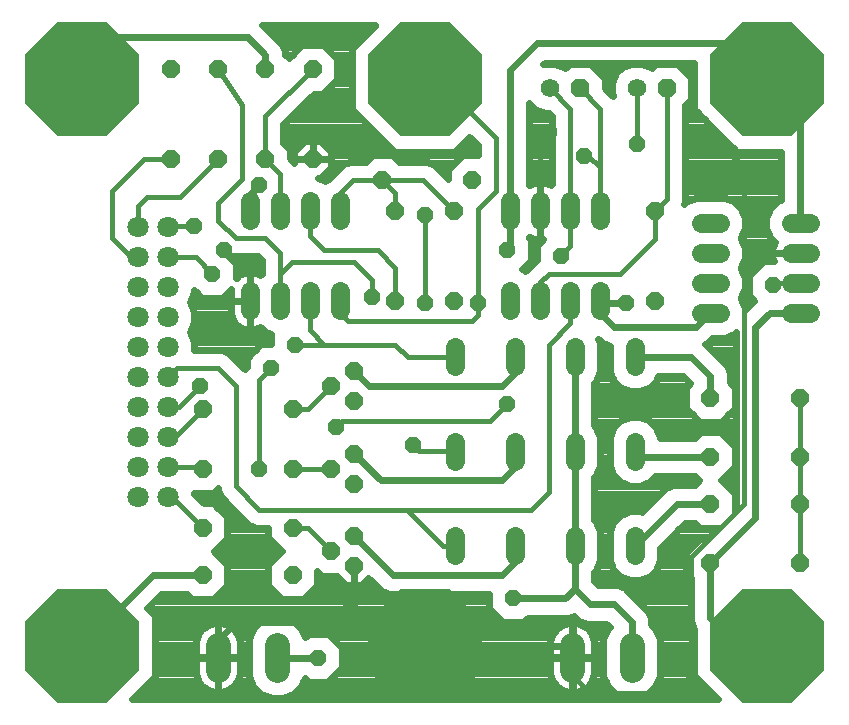
<source format=gbr>
G75*
%MOIN*%
%OFA0B0*%
%FSLAX25Y25*%
%IPPOS*%
%LPD*%
%AMOC8*
5,1,8,0,0,1.08239X$1,22.5*
%
%ADD10OC8,0.06200*%
%ADD11C,0.06200*%
%ADD12C,0.06350*%
%ADD13C,0.08350*%
%ADD14OC8,0.05906*%
%ADD15C,0.07087*%
%ADD16C,0.01600*%
%ADD17OC8,0.05600*%
%ADD18OC8,0.38189*%
%ADD19C,0.02400*%
D10*
X0217831Y0219444D03*
X0246729Y0219444D03*
D11*
X0236729Y0219444D03*
X0207831Y0219444D03*
D12*
X0204642Y0181792D02*
X0204642Y0175443D01*
X0214642Y0175443D02*
X0214642Y0181792D01*
X0224642Y0181792D02*
X0224642Y0175443D01*
X0224642Y0151792D02*
X0224642Y0145443D01*
X0214642Y0145443D02*
X0214642Y0151792D01*
X0204642Y0151792D02*
X0204642Y0145443D01*
X0194642Y0145443D02*
X0194642Y0151792D01*
X0196138Y0133170D02*
X0196138Y0126820D01*
X0176138Y0126820D02*
X0176138Y0133170D01*
X0176138Y0101674D02*
X0176138Y0095324D01*
X0196138Y0095324D02*
X0196138Y0101674D01*
X0216138Y0101674D02*
X0216138Y0095324D01*
X0236138Y0095324D02*
X0236138Y0101674D01*
X0236138Y0126820D02*
X0236138Y0133170D01*
X0216138Y0133170D02*
X0216138Y0126820D01*
X0258200Y0144680D02*
X0264549Y0144680D01*
X0264549Y0154680D02*
X0258200Y0154680D01*
X0258200Y0164680D02*
X0264549Y0164680D01*
X0264549Y0174680D02*
X0258200Y0174680D01*
X0288200Y0174680D02*
X0294549Y0174680D01*
X0294549Y0164680D02*
X0288200Y0164680D01*
X0288200Y0154680D02*
X0294549Y0154680D01*
X0294549Y0144680D02*
X0288200Y0144680D01*
X0236138Y0070178D02*
X0236138Y0063828D01*
X0216138Y0063828D02*
X0216138Y0070178D01*
X0196138Y0070178D02*
X0196138Y0063828D01*
X0176138Y0063828D02*
X0176138Y0070178D01*
X0137831Y0145443D02*
X0137831Y0151792D01*
X0127831Y0151792D02*
X0127831Y0145443D01*
X0117831Y0145443D02*
X0117831Y0151792D01*
X0107831Y0151792D02*
X0107831Y0145443D01*
X0107831Y0175443D02*
X0107831Y0181792D01*
X0117831Y0181792D02*
X0117831Y0175443D01*
X0127831Y0175443D02*
X0127831Y0181792D01*
X0137831Y0181792D02*
X0137831Y0175443D01*
X0194642Y0175443D02*
X0194642Y0181792D01*
D13*
X0215294Y0033934D02*
X0215294Y0025584D01*
X0235094Y0025584D02*
X0235094Y0033934D01*
X0116983Y0033934D02*
X0116983Y0025584D01*
X0097183Y0025584D02*
X0097183Y0033934D01*
D14*
X0092083Y0057318D03*
X0092083Y0073066D03*
X0092083Y0092751D03*
X0092083Y0112436D03*
X0122083Y0112436D03*
X0135016Y0120310D03*
X0142516Y0115310D03*
X0142516Y0125310D03*
X0156296Y0148617D03*
X0175981Y0148617D03*
X0175981Y0178617D03*
X0182005Y0189050D03*
X0156296Y0178617D03*
X0152005Y0189050D03*
X0128737Y0195861D03*
X0112989Y0195861D03*
X0097241Y0195861D03*
X0081493Y0195861D03*
X0081493Y0225861D03*
X0097241Y0225861D03*
X0112989Y0225861D03*
X0128737Y0225861D03*
X0242753Y0178617D03*
X0242753Y0148617D03*
X0261375Y0116373D03*
X0261375Y0096688D03*
X0261375Y0080940D03*
X0261375Y0061255D03*
X0291375Y0061255D03*
X0291375Y0080940D03*
X0291375Y0096688D03*
X0291375Y0116373D03*
X0142516Y0097751D03*
X0135016Y0092751D03*
X0142516Y0087751D03*
X0142516Y0070192D03*
X0135016Y0065192D03*
X0142516Y0060192D03*
X0122083Y0057318D03*
X0122083Y0073066D03*
X0122083Y0092751D03*
D15*
X0080587Y0093184D03*
X0070587Y0093184D03*
X0070587Y0083184D03*
X0080587Y0083184D03*
X0080587Y0103184D03*
X0070587Y0103184D03*
X0070587Y0113184D03*
X0070587Y0123184D03*
X0080587Y0123184D03*
X0080587Y0113184D03*
X0080587Y0133184D03*
X0070587Y0133184D03*
X0070587Y0143184D03*
X0070587Y0153184D03*
X0080587Y0153184D03*
X0080587Y0143184D03*
X0080587Y0163184D03*
X0070587Y0163184D03*
X0070587Y0173184D03*
X0080587Y0173184D03*
D16*
X0080863Y0173460D01*
X0089367Y0173460D01*
X0097241Y0175428D02*
X0097241Y0181334D01*
X0105115Y0189208D01*
X0105115Y0214050D01*
X0097241Y0225861D01*
X0112989Y0210113D02*
X0112989Y0195861D01*
X0117831Y0191019D01*
X0117831Y0178617D01*
X0127831Y0178617D02*
X0127831Y0170428D01*
X0132674Y0165586D01*
X0150390Y0165586D01*
X0156296Y0159680D01*
X0156296Y0148617D01*
X0148422Y0149838D02*
X0148422Y0155743D01*
X0142516Y0161649D01*
X0121768Y0161649D01*
X0117831Y0157712D01*
X0117831Y0164680D01*
X0112989Y0169523D01*
X0103146Y0169523D01*
X0097241Y0175428D01*
X0099209Y0165586D02*
X0107831Y0156964D01*
X0107831Y0148617D01*
X0117831Y0148617D02*
X0117831Y0157712D01*
X0127831Y0148617D02*
X0127831Y0138932D01*
X0132674Y0134090D01*
X0122831Y0134090D01*
X0132674Y0134090D02*
X0156296Y0134090D01*
X0160390Y0129995D01*
X0176138Y0129995D01*
X0181886Y0141964D02*
X0140548Y0141964D01*
X0137831Y0144680D01*
X0137831Y0148617D01*
X0166138Y0147869D02*
X0166138Y0177397D01*
X0156296Y0178617D02*
X0156296Y0184759D01*
X0152005Y0189050D01*
X0165548Y0189050D01*
X0175981Y0178617D01*
X0183855Y0179365D02*
X0183855Y0147869D01*
X0183855Y0143932D01*
X0181886Y0141964D01*
X0204642Y0148617D02*
X0204642Y0154877D01*
X0207477Y0157712D01*
X0231099Y0157712D01*
X0242753Y0169365D01*
X0242753Y0178617D01*
X0246729Y0182594D01*
X0246729Y0219444D01*
X0237005Y0219169D02*
X0236729Y0219444D01*
X0237005Y0219169D02*
X0237005Y0201019D01*
X0224642Y0193145D02*
X0224642Y0212633D01*
X0217831Y0219444D01*
X0214642Y0212633D02*
X0214642Y0178617D01*
X0214642Y0166846D01*
X0211414Y0163617D01*
X0214642Y0148617D02*
X0214642Y0141255D01*
X0207477Y0134090D01*
X0207477Y0084877D01*
X0201572Y0078972D01*
X0160233Y0078972D01*
X0111020Y0078972D01*
X0103146Y0086846D01*
X0103146Y0120310D01*
X0097241Y0126216D01*
X0083619Y0126216D01*
X0080587Y0123184D01*
X0080587Y0113184D02*
X0084209Y0113184D01*
X0091335Y0120310D01*
X0092083Y0112436D02*
X0082831Y0103184D01*
X0080587Y0103184D01*
X0080587Y0093184D02*
X0091650Y0093184D01*
X0092083Y0092751D01*
X0081965Y0083184D02*
X0092083Y0073066D01*
X0081965Y0083184D02*
X0080587Y0083184D01*
X0111020Y0092751D02*
X0111020Y0122279D01*
X0114957Y0126216D01*
X0122083Y0112436D02*
X0127142Y0112436D01*
X0135016Y0120310D01*
X0138579Y0108499D02*
X0136611Y0106531D01*
X0138579Y0108499D02*
X0187792Y0108499D01*
X0193698Y0114405D01*
X0176138Y0098499D02*
X0164327Y0098499D01*
X0162201Y0100625D01*
X0160233Y0078972D02*
X0172201Y0067003D01*
X0176138Y0067003D01*
X0135016Y0065192D02*
X0127142Y0073066D01*
X0122083Y0073066D01*
X0122083Y0092751D02*
X0135016Y0092751D01*
X0095272Y0157712D02*
X0089800Y0163184D01*
X0080587Y0163184D01*
X0070587Y0163184D02*
X0068146Y0163184D01*
X0061808Y0169523D01*
X0061808Y0185271D01*
X0072398Y0195861D01*
X0081493Y0195861D01*
X0084682Y0183302D02*
X0073619Y0183302D01*
X0070587Y0180271D01*
X0070587Y0173184D01*
X0084682Y0183302D02*
X0097241Y0195861D01*
X0112989Y0210113D02*
X0128737Y0225861D01*
X0166138Y0222672D02*
X0170075Y0222672D01*
X0189760Y0202987D01*
X0189760Y0185271D01*
X0183855Y0179365D01*
X0204642Y0178617D02*
X0204642Y0202121D01*
X0207477Y0204956D01*
X0214642Y0212633D02*
X0207831Y0219444D01*
X0219288Y0197082D02*
X0220705Y0197082D01*
X0224642Y0193145D01*
X0224642Y0178617D01*
X0266532Y0199050D02*
X0272438Y0193145D01*
X0272438Y0161649D01*
X0272438Y0080940D01*
X0254721Y0063224D01*
X0254721Y0023854D01*
X0248816Y0017948D01*
X0221257Y0017948D01*
X0215351Y0023854D01*
X0215351Y0029702D01*
X0215294Y0029759D01*
X0291375Y0061255D02*
X0291375Y0080940D01*
X0291375Y0096688D01*
X0291375Y0116373D01*
X0282280Y0153775D02*
X0283186Y0154680D01*
X0291375Y0154680D01*
X0291375Y0164680D02*
X0275469Y0164680D01*
X0272438Y0161649D01*
X0152005Y0189050D02*
X0142359Y0189050D01*
X0137831Y0184523D01*
X0137831Y0178617D01*
D17*
X0111020Y0187239D03*
X0089367Y0173460D03*
X0099209Y0165586D03*
X0095272Y0157712D03*
X0122831Y0134090D03*
X0114957Y0126216D03*
X0091335Y0120310D03*
X0111020Y0092751D03*
X0136611Y0106531D03*
X0162201Y0100625D03*
X0193698Y0114405D03*
X0183855Y0147869D03*
X0166138Y0147869D03*
X0148422Y0149838D03*
X0166138Y0177397D03*
X0193698Y0165586D03*
X0211414Y0163617D03*
X0233068Y0147869D03*
X0282280Y0153775D03*
X0266532Y0199050D03*
X0237005Y0201019D03*
X0219288Y0197082D03*
X0207477Y0204956D03*
X0195666Y0049444D03*
X0130705Y0029759D03*
X0079524Y0041570D03*
D18*
X0051965Y0033696D03*
X0166138Y0033696D03*
X0280312Y0033696D03*
X0280312Y0222672D03*
X0166138Y0222672D03*
X0051965Y0222672D03*
D19*
X0051965Y0228578D01*
X0059839Y0236452D01*
X0107083Y0236452D01*
X0112989Y0230546D01*
X0112989Y0225861D01*
X0118844Y0233136D02*
X0124481Y0233136D01*
X0125360Y0234014D02*
X0120863Y0229517D01*
X0119389Y0230991D01*
X0119389Y0231819D01*
X0118414Y0234172D01*
X0116614Y0235972D01*
X0111992Y0240594D01*
X0149703Y0240594D01*
X0141844Y0232736D01*
X0141844Y0212609D01*
X0156075Y0198378D01*
X0176202Y0198378D01*
X0181043Y0203220D01*
X0183760Y0200502D01*
X0183760Y0197203D01*
X0178628Y0197203D01*
X0173852Y0192427D01*
X0173852Y0189232D01*
X0170634Y0192449D01*
X0168947Y0194137D01*
X0166741Y0195050D01*
X0157534Y0195050D01*
X0155382Y0197203D01*
X0148628Y0197203D01*
X0146475Y0195050D01*
X0141165Y0195050D01*
X0138960Y0194137D01*
X0134433Y0189609D01*
X0134159Y0189336D01*
X0133087Y0188892D01*
X0132831Y0188636D01*
X0132575Y0188892D01*
X0130604Y0189709D01*
X0131285Y0189709D01*
X0134890Y0193313D01*
X0134890Y0195861D01*
X0128737Y0195861D01*
X0128737Y0195861D01*
X0122584Y0195861D01*
X0122584Y0194751D01*
X0121142Y0196194D01*
X0121142Y0199238D01*
X0118989Y0201391D01*
X0118989Y0207628D01*
X0129069Y0217709D01*
X0132114Y0217709D01*
X0136890Y0222484D01*
X0136890Y0229238D01*
X0132114Y0234014D01*
X0125360Y0234014D01*
X0122083Y0230737D02*
X0119643Y0230737D01*
X0117052Y0235534D02*
X0144643Y0235534D01*
X0147041Y0237933D02*
X0114654Y0237933D01*
X0112255Y0240331D02*
X0149440Y0240331D01*
X0142244Y0233136D02*
X0132992Y0233136D01*
X0135391Y0230737D02*
X0141844Y0230737D01*
X0141844Y0228339D02*
X0136890Y0228339D01*
X0136890Y0225940D02*
X0141844Y0225940D01*
X0141844Y0223542D02*
X0136890Y0223542D01*
X0135548Y0221143D02*
X0141844Y0221143D01*
X0141844Y0218745D02*
X0133150Y0218745D01*
X0127707Y0216346D02*
X0141844Y0216346D01*
X0141844Y0213947D02*
X0125308Y0213947D01*
X0122910Y0211549D02*
X0142904Y0211549D01*
X0145303Y0209150D02*
X0120511Y0209150D01*
X0118989Y0206752D02*
X0147701Y0206752D01*
X0150100Y0204353D02*
X0118989Y0204353D01*
X0118989Y0201955D02*
X0126129Y0201955D01*
X0126188Y0202014D02*
X0122584Y0198410D01*
X0122584Y0195861D01*
X0128737Y0195861D01*
X0128737Y0195861D01*
X0134890Y0195861D01*
X0134890Y0198410D01*
X0131285Y0202014D01*
X0128737Y0202014D01*
X0128737Y0195862D01*
X0128737Y0195862D01*
X0128737Y0202014D01*
X0126188Y0202014D01*
X0128737Y0201955D02*
X0128737Y0201955D01*
X0128737Y0199556D02*
X0128737Y0199556D01*
X0128737Y0197158D02*
X0128737Y0197158D01*
X0123731Y0199556D02*
X0120824Y0199556D01*
X0121142Y0197158D02*
X0122584Y0197158D01*
X0122576Y0194759D02*
X0122584Y0194759D01*
X0131539Y0189962D02*
X0134786Y0189962D01*
X0133938Y0192361D02*
X0137184Y0192361D01*
X0134890Y0194759D02*
X0140463Y0194759D01*
X0134890Y0197158D02*
X0148582Y0197158D01*
X0152498Y0201955D02*
X0131345Y0201955D01*
X0133743Y0199556D02*
X0154897Y0199556D01*
X0155427Y0197158D02*
X0178582Y0197158D01*
X0177380Y0199556D02*
X0183760Y0199556D01*
X0182308Y0201955D02*
X0179778Y0201955D01*
X0176184Y0194759D02*
X0167444Y0194759D01*
X0170723Y0192361D02*
X0173852Y0192361D01*
X0173852Y0189962D02*
X0173121Y0189962D01*
X0194642Y0178617D02*
X0194642Y0166531D01*
X0193698Y0165586D01*
X0200606Y0161180D02*
X0202460Y0161180D01*
X0202390Y0161111D02*
X0200365Y0159085D01*
X0199898Y0158892D01*
X0199642Y0158636D01*
X0199386Y0158892D01*
X0198630Y0159205D01*
X0201697Y0162272D01*
X0201697Y0168900D01*
X0201042Y0169555D01*
X0201042Y0169999D01*
X0201145Y0170101D01*
X0201817Y0169713D01*
X0202589Y0169393D01*
X0203396Y0169177D01*
X0204225Y0169068D01*
X0204642Y0169068D01*
X0204642Y0178617D01*
X0204642Y0178617D01*
X0204642Y0169068D01*
X0205060Y0169068D01*
X0205625Y0169142D01*
X0203414Y0166931D01*
X0203414Y0162134D01*
X0202390Y0161111D01*
X0201697Y0163579D02*
X0203414Y0163579D01*
X0203414Y0165977D02*
X0201697Y0165977D01*
X0201697Y0168376D02*
X0204859Y0168376D01*
X0204642Y0170774D02*
X0204642Y0170774D01*
X0204642Y0173173D02*
X0204642Y0173173D01*
X0204642Y0175571D02*
X0204642Y0175571D01*
X0204642Y0177970D02*
X0204642Y0177970D01*
X0204642Y0178617D02*
X0204642Y0188167D01*
X0204225Y0188167D01*
X0203396Y0188058D01*
X0202589Y0187842D01*
X0201817Y0187522D01*
X0201145Y0187134D01*
X0201042Y0187236D01*
X0201042Y0214495D01*
X0203130Y0212408D01*
X0206180Y0211144D01*
X0207646Y0211144D01*
X0208642Y0210148D01*
X0208642Y0187636D01*
X0208140Y0187134D01*
X0207468Y0187522D01*
X0206696Y0187842D01*
X0205889Y0188058D01*
X0205060Y0188167D01*
X0204642Y0188167D01*
X0204642Y0178617D01*
X0204642Y0178617D01*
X0204642Y0180368D02*
X0204642Y0180368D01*
X0204642Y0182767D02*
X0204642Y0182767D01*
X0204642Y0185165D02*
X0204642Y0185165D01*
X0204642Y0187564D02*
X0204642Y0187564D01*
X0201918Y0187564D02*
X0201042Y0187564D01*
X0201042Y0189962D02*
X0208642Y0189962D01*
X0208642Y0192361D02*
X0201042Y0192361D01*
X0201042Y0194759D02*
X0208642Y0194759D01*
X0208642Y0197158D02*
X0201042Y0197158D01*
X0201042Y0199556D02*
X0208642Y0199556D01*
X0208642Y0201955D02*
X0201042Y0201955D01*
X0201042Y0204353D02*
X0208642Y0204353D01*
X0208642Y0206752D02*
X0201042Y0206752D01*
X0201042Y0209150D02*
X0208642Y0209150D01*
X0205203Y0211549D02*
X0201042Y0211549D01*
X0201042Y0213947D02*
X0201590Y0213947D01*
X0194642Y0225586D02*
X0194642Y0178617D01*
X0207366Y0187564D02*
X0208570Y0187564D01*
X0199788Y0158782D02*
X0199497Y0158782D01*
X0224642Y0148617D02*
X0224642Y0144483D01*
X0229131Y0139995D01*
X0256690Y0139995D01*
X0261375Y0144680D01*
X0266215Y0136306D02*
X0269293Y0137580D01*
X0269975Y0138262D01*
X0269975Y0078906D01*
X0269527Y0078459D01*
X0269527Y0084317D01*
X0265030Y0088814D01*
X0269527Y0093311D01*
X0269527Y0100065D01*
X0264752Y0104841D01*
X0257998Y0104841D01*
X0256245Y0103088D01*
X0244513Y0103088D01*
X0244513Y0103340D01*
X0243238Y0106418D01*
X0240882Y0108774D01*
X0237804Y0110049D01*
X0234473Y0110049D01*
X0231395Y0108774D01*
X0229039Y0106418D01*
X0227764Y0103340D01*
X0227764Y0093659D01*
X0229039Y0090580D01*
X0231395Y0088225D01*
X0234473Y0086950D01*
X0237804Y0086950D01*
X0240882Y0088225D01*
X0242946Y0090288D01*
X0256245Y0090288D01*
X0257719Y0088814D01*
X0256245Y0087340D01*
X0248802Y0087340D01*
X0246450Y0086366D01*
X0238393Y0078309D01*
X0237804Y0078553D01*
X0234473Y0078553D01*
X0231395Y0077278D01*
X0229039Y0074922D01*
X0227764Y0071844D01*
X0227764Y0062162D01*
X0229039Y0059084D01*
X0231395Y0056729D01*
X0234473Y0055454D01*
X0237804Y0055454D01*
X0240882Y0056729D01*
X0243238Y0059084D01*
X0244513Y0062162D01*
X0244513Y0066327D01*
X0252726Y0074540D01*
X0256245Y0074540D01*
X0257998Y0072787D01*
X0263856Y0072787D01*
X0260476Y0069408D01*
X0257998Y0069408D01*
X0253222Y0064632D01*
X0253222Y0057878D01*
X0254975Y0056125D01*
X0254975Y0041518D01*
X0255949Y0039165D01*
X0256017Y0039097D01*
X0256017Y0023633D01*
X0263876Y0015774D01*
X0068401Y0015774D01*
X0076260Y0023633D01*
X0076260Y0043759D01*
X0073669Y0046349D01*
X0078238Y0050918D01*
X0086954Y0050918D01*
X0088706Y0049165D01*
X0095460Y0049165D01*
X0100236Y0053941D01*
X0100236Y0060695D01*
X0095739Y0065192D01*
X0100236Y0069689D01*
X0100236Y0076443D01*
X0095460Y0081219D01*
X0092416Y0081219D01*
X0089331Y0084304D01*
X0089331Y0084598D01*
X0095460Y0084598D01*
X0097146Y0086284D01*
X0097146Y0085652D01*
X0098060Y0083447D01*
X0099748Y0081759D01*
X0107622Y0073885D01*
X0109827Y0072972D01*
X0113931Y0072972D01*
X0113931Y0069689D01*
X0118428Y0065192D01*
X0113931Y0060695D01*
X0113931Y0053941D01*
X0118706Y0049165D01*
X0125460Y0049165D01*
X0130236Y0053941D01*
X0130236Y0058443D01*
X0131639Y0057039D01*
X0136968Y0057039D01*
X0139968Y0054039D01*
X0142516Y0054039D01*
X0142516Y0060192D01*
X0142516Y0060192D01*
X0142516Y0049444D01*
X0134642Y0041570D01*
X0103146Y0041570D01*
X0097183Y0035607D01*
X0097183Y0029759D01*
X0097083Y0029659D02*
X0089809Y0029659D01*
X0089809Y0025101D01*
X0089935Y0024142D01*
X0090185Y0023209D01*
X0090555Y0022315D01*
X0091038Y0021478D01*
X0091627Y0020711D01*
X0092310Y0020028D01*
X0093077Y0019439D01*
X0093915Y0018956D01*
X0094808Y0018586D01*
X0095741Y0018336D01*
X0096700Y0018209D01*
X0097083Y0018209D01*
X0097083Y0029659D01*
X0097083Y0029859D01*
X0089809Y0029859D01*
X0089809Y0034417D01*
X0089935Y0035376D01*
X0090185Y0036309D01*
X0090555Y0037203D01*
X0091038Y0038040D01*
X0091627Y0038807D01*
X0092310Y0039490D01*
X0093077Y0040079D01*
X0093915Y0040562D01*
X0094808Y0040932D01*
X0095741Y0041182D01*
X0096700Y0041309D01*
X0097083Y0041309D01*
X0097083Y0029859D01*
X0097283Y0029859D01*
X0097283Y0041309D01*
X0097667Y0041309D01*
X0098625Y0041182D01*
X0099559Y0040932D01*
X0100452Y0040562D01*
X0101289Y0040079D01*
X0102056Y0039490D01*
X0102740Y0038807D01*
X0103328Y0038040D01*
X0103812Y0037203D01*
X0104182Y0036309D01*
X0104432Y0035376D01*
X0104558Y0034417D01*
X0104558Y0029859D01*
X0097283Y0029859D01*
X0097283Y0029659D01*
X0097283Y0018209D01*
X0097667Y0018209D01*
X0098625Y0018336D01*
X0099559Y0018586D01*
X0100452Y0018956D01*
X0101289Y0019439D01*
X0102056Y0020028D01*
X0102740Y0020711D01*
X0103328Y0021478D01*
X0103812Y0022315D01*
X0104182Y0023209D01*
X0104432Y0024142D01*
X0104558Y0025101D01*
X0104558Y0029659D01*
X0097283Y0029659D01*
X0097083Y0029659D01*
X0097083Y0029262D02*
X0097283Y0029262D01*
X0097283Y0026864D02*
X0097083Y0026864D01*
X0097083Y0024465D02*
X0097283Y0024465D01*
X0097283Y0022067D02*
X0097083Y0022067D01*
X0097083Y0019668D02*
X0097283Y0019668D01*
X0092779Y0019668D02*
X0072295Y0019668D01*
X0074693Y0022067D02*
X0090699Y0022067D01*
X0089892Y0024465D02*
X0076260Y0024465D01*
X0076260Y0026864D02*
X0089809Y0026864D01*
X0089809Y0029262D02*
X0076260Y0029262D01*
X0076260Y0031661D02*
X0089809Y0031661D01*
X0089809Y0034059D02*
X0076260Y0034059D01*
X0076260Y0036458D02*
X0090246Y0036458D01*
X0091676Y0038856D02*
X0076260Y0038856D01*
X0076260Y0041255D02*
X0096290Y0041255D01*
X0097083Y0041255D02*
X0097283Y0041255D01*
X0098077Y0041255D02*
X0111046Y0041255D01*
X0111673Y0041881D02*
X0109036Y0039244D01*
X0107609Y0035799D01*
X0107609Y0023719D01*
X0109036Y0020274D01*
X0111673Y0017637D01*
X0115119Y0016209D01*
X0118848Y0016209D01*
X0122294Y0017637D01*
X0124931Y0020274D01*
X0126087Y0023064D01*
X0127392Y0021759D01*
X0134019Y0021759D01*
X0138705Y0026445D01*
X0138705Y0033073D01*
X0134019Y0037759D01*
X0127392Y0037759D01*
X0126087Y0036454D01*
X0124931Y0039244D01*
X0122294Y0041881D01*
X0118848Y0043309D01*
X0115119Y0043309D01*
X0111673Y0041881D01*
X0108875Y0038856D02*
X0102691Y0038856D01*
X0103146Y0041570D02*
X0079524Y0041570D01*
X0076260Y0043653D02*
X0190143Y0043653D01*
X0192352Y0041444D02*
X0187666Y0046130D01*
X0187666Y0050918D01*
X0154117Y0050918D01*
X0151765Y0051892D01*
X0147342Y0056316D01*
X0145065Y0054039D01*
X0142516Y0054039D01*
X0142516Y0060192D01*
X0142516Y0058044D02*
X0142516Y0058044D01*
X0142516Y0055646D02*
X0142516Y0055646D01*
X0138361Y0055646D02*
X0130236Y0055646D01*
X0130236Y0058044D02*
X0130635Y0058044D01*
X0129542Y0053247D02*
X0150410Y0053247D01*
X0148012Y0055646D02*
X0146671Y0055646D01*
X0142516Y0049444D02*
X0142516Y0041570D01*
X0150390Y0033696D01*
X0166138Y0033696D01*
X0211357Y0033696D01*
X0215294Y0029759D01*
X0215394Y0029659D02*
X0215394Y0029859D01*
X0222668Y0029859D01*
X0222668Y0034417D01*
X0222542Y0035376D01*
X0222292Y0036309D01*
X0221922Y0037203D01*
X0221439Y0038040D01*
X0220850Y0038807D01*
X0220167Y0039490D01*
X0219400Y0040079D01*
X0218562Y0040562D01*
X0217669Y0040932D01*
X0216735Y0041182D01*
X0215777Y0041309D01*
X0215394Y0041309D01*
X0215394Y0029859D01*
X0215194Y0029859D01*
X0215194Y0041309D01*
X0214810Y0041309D01*
X0213852Y0041182D01*
X0212918Y0040932D01*
X0212025Y0040562D01*
X0211188Y0040079D01*
X0210421Y0039490D01*
X0209737Y0038807D01*
X0209148Y0038040D01*
X0208665Y0037203D01*
X0208295Y0036309D01*
X0208045Y0035376D01*
X0207919Y0034417D01*
X0207919Y0029859D01*
X0215193Y0029859D01*
X0215193Y0029659D01*
X0207919Y0029659D01*
X0207919Y0025101D01*
X0208045Y0024142D01*
X0208295Y0023209D01*
X0208665Y0022315D01*
X0209148Y0021478D01*
X0209737Y0020711D01*
X0210421Y0020028D01*
X0211188Y0019439D01*
X0212025Y0018956D01*
X0212918Y0018586D01*
X0213852Y0018336D01*
X0214810Y0018209D01*
X0215194Y0018209D01*
X0215194Y0029659D01*
X0215394Y0029659D01*
X0222668Y0029659D01*
X0222668Y0025101D01*
X0222542Y0024142D01*
X0222292Y0023209D01*
X0221922Y0022315D01*
X0221439Y0021478D01*
X0220850Y0020711D01*
X0220167Y0020028D01*
X0219400Y0019439D01*
X0218562Y0018956D01*
X0217669Y0018586D01*
X0216735Y0018336D01*
X0215777Y0018209D01*
X0215394Y0018209D01*
X0215394Y0029659D01*
X0215394Y0029262D02*
X0215194Y0029262D01*
X0215194Y0026864D02*
X0215394Y0026864D01*
X0215394Y0024465D02*
X0215194Y0024465D01*
X0215194Y0022067D02*
X0215394Y0022067D01*
X0215394Y0019668D02*
X0215194Y0019668D01*
X0210889Y0019668D02*
X0124325Y0019668D01*
X0125673Y0022067D02*
X0127084Y0022067D01*
X0134327Y0022067D02*
X0208809Y0022067D01*
X0208002Y0024465D02*
X0136725Y0024465D01*
X0138705Y0026864D02*
X0207919Y0026864D01*
X0207919Y0029262D02*
X0138705Y0029262D01*
X0138705Y0031661D02*
X0207919Y0031661D01*
X0207919Y0034059D02*
X0137719Y0034059D01*
X0135320Y0036458D02*
X0208357Y0036458D01*
X0209786Y0038856D02*
X0125092Y0038856D01*
X0126085Y0036458D02*
X0126090Y0036458D01*
X0122920Y0041255D02*
X0214400Y0041255D01*
X0215194Y0041255D02*
X0215394Y0041255D01*
X0216187Y0041255D02*
X0219551Y0041255D01*
X0219984Y0041076D02*
X0217631Y0042050D01*
X0215941Y0043740D01*
X0214262Y0043044D01*
X0200580Y0043044D01*
X0198980Y0041444D01*
X0192352Y0041444D01*
X0187745Y0046052D02*
X0073967Y0046052D01*
X0075770Y0048450D02*
X0187666Y0048450D01*
X0187666Y0050849D02*
X0127144Y0050849D01*
X0117023Y0050849D02*
X0097144Y0050849D01*
X0099542Y0053247D02*
X0114624Y0053247D01*
X0113931Y0055646D02*
X0100236Y0055646D01*
X0100236Y0058044D02*
X0113931Y0058044D01*
X0113931Y0060443D02*
X0100236Y0060443D01*
X0098090Y0062841D02*
X0116077Y0062841D01*
X0118380Y0065240D02*
X0095787Y0065240D01*
X0098185Y0067638D02*
X0115981Y0067638D01*
X0113931Y0070037D02*
X0100236Y0070037D01*
X0100236Y0072435D02*
X0113931Y0072435D01*
X0106673Y0074834D02*
X0100236Y0074834D01*
X0099447Y0077232D02*
X0104274Y0077232D01*
X0101876Y0079631D02*
X0097048Y0079631D01*
X0099477Y0082029D02*
X0091605Y0082029D01*
X0089331Y0084428D02*
X0097653Y0084428D01*
X0092083Y0057318D02*
X0075587Y0057318D01*
X0051965Y0033696D01*
X0069896Y0017270D02*
X0112559Y0017270D01*
X0109642Y0019668D02*
X0101588Y0019668D01*
X0103668Y0022067D02*
X0108293Y0022067D01*
X0107609Y0024465D02*
X0104474Y0024465D01*
X0104558Y0026864D02*
X0107609Y0026864D01*
X0107609Y0029262D02*
X0104558Y0029262D01*
X0104558Y0031661D02*
X0107609Y0031661D01*
X0107609Y0034059D02*
X0104558Y0034059D01*
X0104120Y0036458D02*
X0107882Y0036458D01*
X0116983Y0029759D02*
X0130705Y0029759D01*
X0121407Y0017270D02*
X0230669Y0017270D01*
X0229783Y0017637D02*
X0233229Y0016209D01*
X0236958Y0016209D01*
X0240404Y0017637D01*
X0243041Y0020274D01*
X0244468Y0023719D01*
X0244468Y0035799D01*
X0243041Y0039244D01*
X0241494Y0040792D01*
X0241494Y0042786D01*
X0240519Y0045138D01*
X0238719Y0046938D01*
X0232756Y0052901D01*
X0230404Y0053876D01*
X0223908Y0053876D01*
X0222538Y0055245D01*
X0222538Y0058385D01*
X0223238Y0059084D01*
X0224513Y0062162D01*
X0224513Y0071844D01*
X0223238Y0074922D01*
X0222538Y0075622D01*
X0222538Y0089881D01*
X0223238Y0090580D01*
X0224513Y0093659D01*
X0224513Y0103340D01*
X0223238Y0106418D01*
X0222538Y0107118D01*
X0222538Y0121377D01*
X0223238Y0122077D01*
X0224513Y0125155D01*
X0224513Y0134836D01*
X0224000Y0136075D01*
X0225505Y0134570D01*
X0227764Y0133634D01*
X0227764Y0125155D01*
X0229039Y0122077D01*
X0231395Y0119721D01*
X0234473Y0118446D01*
X0237804Y0118446D01*
X0240882Y0119721D01*
X0243238Y0122077D01*
X0243867Y0123595D01*
X0252228Y0123595D01*
X0254647Y0121176D01*
X0253222Y0119750D01*
X0253222Y0112996D01*
X0257998Y0108220D01*
X0264752Y0108220D01*
X0269527Y0112996D01*
X0269527Y0119750D01*
X0267775Y0121503D01*
X0267775Y0124772D01*
X0266800Y0127125D01*
X0260304Y0133621D01*
X0259636Y0134289D01*
X0260315Y0134570D01*
X0262051Y0136306D01*
X0266215Y0136306D01*
X0268363Y0137195D02*
X0269975Y0137195D01*
X0269975Y0134797D02*
X0260542Y0134797D01*
X0261527Y0132398D02*
X0269975Y0132398D01*
X0269975Y0130000D02*
X0263925Y0130000D01*
X0266324Y0127601D02*
X0269975Y0127601D01*
X0269975Y0125203D02*
X0267596Y0125203D01*
X0267775Y0122804D02*
X0269975Y0122804D01*
X0269975Y0120406D02*
X0268872Y0120406D01*
X0269527Y0118007D02*
X0269975Y0118007D01*
X0269975Y0115609D02*
X0269527Y0115609D01*
X0269527Y0113210D02*
X0269975Y0113210D01*
X0269975Y0110811D02*
X0267343Y0110811D01*
X0264944Y0108413D02*
X0269975Y0108413D01*
X0269975Y0106014D02*
X0243405Y0106014D01*
X0244399Y0103616D02*
X0256773Y0103616D01*
X0257805Y0108413D02*
X0241243Y0108413D01*
X0231034Y0108413D02*
X0222538Y0108413D01*
X0222538Y0110811D02*
X0255407Y0110811D01*
X0253222Y0113210D02*
X0222538Y0113210D01*
X0222538Y0115609D02*
X0253222Y0115609D01*
X0253222Y0118007D02*
X0222538Y0118007D01*
X0222538Y0120406D02*
X0230710Y0120406D01*
X0228737Y0122804D02*
X0223540Y0122804D01*
X0224513Y0125203D02*
X0227764Y0125203D01*
X0227764Y0127601D02*
X0224513Y0127601D01*
X0224513Y0130000D02*
X0227764Y0130000D01*
X0227764Y0132398D02*
X0224513Y0132398D01*
X0224513Y0134797D02*
X0225278Y0134797D01*
X0216138Y0129995D02*
X0216138Y0098499D01*
X0216138Y0067003D01*
X0216138Y0052594D01*
X0212989Y0049444D01*
X0195666Y0049444D01*
X0191729Y0057318D02*
X0155390Y0057318D01*
X0142516Y0070192D01*
X0151453Y0088814D02*
X0191729Y0088814D01*
X0196138Y0093224D01*
X0196138Y0098499D01*
X0191729Y0120310D02*
X0147516Y0120310D01*
X0142516Y0125310D01*
X0114831Y0134216D02*
X0111644Y0134216D01*
X0106957Y0129529D01*
X0106957Y0126701D01*
X0106099Y0125843D01*
X0102327Y0129614D01*
X0100640Y0131302D01*
X0098434Y0132216D01*
X0089331Y0132216D01*
X0089331Y0134923D01*
X0087999Y0138137D01*
X0087952Y0138184D01*
X0087999Y0138232D01*
X0089331Y0141445D01*
X0089331Y0144923D01*
X0087999Y0148137D01*
X0087952Y0148184D01*
X0087999Y0148232D01*
X0089331Y0151445D01*
X0089331Y0152340D01*
X0091959Y0149712D01*
X0098586Y0149712D01*
X0101513Y0152639D01*
X0101457Y0152210D01*
X0101457Y0148617D01*
X0101457Y0145025D01*
X0101566Y0144196D01*
X0101782Y0143389D01*
X0102102Y0142617D01*
X0102520Y0141893D01*
X0103028Y0141230D01*
X0103619Y0140639D01*
X0104282Y0140131D01*
X0105006Y0139713D01*
X0105778Y0139393D01*
X0106585Y0139177D01*
X0107414Y0139068D01*
X0107831Y0139068D01*
X0107831Y0148617D01*
X0101457Y0148617D01*
X0107831Y0148617D01*
X0107831Y0148617D01*
X0107831Y0148617D01*
X0107831Y0139068D01*
X0108249Y0139068D01*
X0109078Y0139177D01*
X0109885Y0139393D01*
X0110657Y0139713D01*
X0111329Y0140101D01*
X0113087Y0138343D01*
X0114985Y0137557D01*
X0114831Y0137403D01*
X0114831Y0134216D01*
X0114831Y0134797D02*
X0089331Y0134797D01*
X0089331Y0132398D02*
X0109826Y0132398D01*
X0107427Y0130000D02*
X0101942Y0130000D01*
X0104341Y0127601D02*
X0106957Y0127601D01*
X0114831Y0137195D02*
X0088390Y0137195D01*
X0088564Y0139594D02*
X0105294Y0139594D01*
X0107831Y0139594D02*
X0107831Y0139594D01*
X0107831Y0141992D02*
X0107831Y0141992D01*
X0107831Y0144391D02*
X0107831Y0144391D01*
X0107831Y0146789D02*
X0107831Y0146789D01*
X0107831Y0148617D02*
X0107831Y0158167D01*
X0107414Y0158167D01*
X0106585Y0158058D01*
X0105778Y0157842D01*
X0105006Y0157522D01*
X0104282Y0157104D01*
X0103619Y0156595D01*
X0103272Y0156248D01*
X0103272Y0161026D01*
X0099942Y0164356D01*
X0101953Y0163523D01*
X0110504Y0163523D01*
X0111831Y0162195D01*
X0111831Y0157636D01*
X0111329Y0157134D01*
X0110657Y0157522D01*
X0109885Y0157842D01*
X0109078Y0158058D01*
X0108249Y0158167D01*
X0107831Y0158167D01*
X0107831Y0148617D01*
X0107831Y0148617D01*
X0107831Y0149188D02*
X0107831Y0149188D01*
X0107831Y0151586D02*
X0107831Y0151586D01*
X0107831Y0153985D02*
X0107831Y0153985D01*
X0107831Y0156383D02*
X0107831Y0156383D01*
X0111831Y0158782D02*
X0103272Y0158782D01*
X0103272Y0156383D02*
X0103407Y0156383D01*
X0101457Y0151586D02*
X0100460Y0151586D01*
X0101457Y0149188D02*
X0088395Y0149188D01*
X0088558Y0146789D02*
X0101457Y0146789D01*
X0101540Y0144391D02*
X0089331Y0144391D01*
X0089331Y0141992D02*
X0102462Y0141992D01*
X0110369Y0139594D02*
X0111836Y0139594D01*
X0090084Y0151586D02*
X0089331Y0151586D01*
X0100719Y0163579D02*
X0101818Y0163579D01*
X0103118Y0161180D02*
X0111831Y0161180D01*
X0107831Y0178617D02*
X0107831Y0184050D01*
X0111020Y0187239D01*
X0194642Y0225586D02*
X0203540Y0234483D01*
X0268501Y0234483D01*
X0280312Y0222672D01*
X0291375Y0211609D01*
X0291375Y0174680D01*
X0282858Y0168178D02*
X0282470Y0167506D01*
X0282150Y0166734D01*
X0281934Y0165927D01*
X0281825Y0165098D01*
X0281825Y0164680D01*
X0281825Y0164262D01*
X0281934Y0163434D01*
X0282150Y0162627D01*
X0282470Y0161855D01*
X0282516Y0161775D01*
X0278966Y0161775D01*
X0274280Y0157088D01*
X0274280Y0150461D01*
X0276035Y0148706D01*
X0272924Y0145596D01*
X0272924Y0146346D01*
X0271649Y0149424D01*
X0271393Y0149680D01*
X0271649Y0149936D01*
X0272924Y0153014D01*
X0272924Y0156346D01*
X0271649Y0159424D01*
X0271393Y0159680D01*
X0271649Y0159936D01*
X0272924Y0163014D01*
X0272924Y0166346D01*
X0271649Y0169424D01*
X0271393Y0169680D01*
X0271649Y0169936D01*
X0272924Y0173014D01*
X0272924Y0176346D01*
X0271649Y0179424D01*
X0269293Y0181780D01*
X0266215Y0183055D01*
X0256534Y0183055D01*
X0253456Y0181780D01*
X0252484Y0180808D01*
X0252729Y0181400D01*
X0252729Y0213706D01*
X0255029Y0216006D01*
X0255029Y0222882D01*
X0250167Y0227744D01*
X0243291Y0227744D01*
X0241729Y0226182D01*
X0241431Y0226480D01*
X0238380Y0227744D01*
X0235078Y0227744D01*
X0232027Y0226480D01*
X0229693Y0224146D01*
X0228429Y0221095D01*
X0228429Y0217793D01*
X0228755Y0217005D01*
X0228041Y0217720D01*
X0226131Y0219629D01*
X0226131Y0222882D01*
X0221269Y0227744D01*
X0214393Y0227744D01*
X0212831Y0226182D01*
X0212533Y0226480D01*
X0209482Y0227744D01*
X0206180Y0227744D01*
X0205619Y0227512D01*
X0206191Y0228083D01*
X0256017Y0228083D01*
X0256017Y0212609D01*
X0270249Y0198378D01*
X0284975Y0198378D01*
X0284975Y0182409D01*
X0283456Y0181780D01*
X0281100Y0179424D01*
X0279825Y0176346D01*
X0279825Y0173014D01*
X0281100Y0169936D01*
X0282858Y0168178D01*
X0282661Y0168376D02*
X0272084Y0168376D01*
X0271996Y0170774D02*
X0280753Y0170774D01*
X0279825Y0173173D02*
X0272924Y0173173D01*
X0272924Y0175571D02*
X0279825Y0175571D01*
X0280498Y0177970D02*
X0272252Y0177970D01*
X0270705Y0180368D02*
X0282044Y0180368D01*
X0284975Y0182767D02*
X0266911Y0182767D01*
X0255838Y0182767D02*
X0252729Y0182767D01*
X0252729Y0185165D02*
X0284975Y0185165D01*
X0284975Y0187564D02*
X0252729Y0187564D01*
X0252729Y0189962D02*
X0284975Y0189962D01*
X0284975Y0192361D02*
X0252729Y0192361D01*
X0252729Y0194759D02*
X0284975Y0194759D01*
X0284975Y0197158D02*
X0252729Y0197158D01*
X0252729Y0199556D02*
X0269070Y0199556D01*
X0266672Y0201955D02*
X0252729Y0201955D01*
X0252729Y0204353D02*
X0264273Y0204353D01*
X0261875Y0206752D02*
X0252729Y0206752D01*
X0252729Y0209150D02*
X0259476Y0209150D01*
X0257078Y0211549D02*
X0252729Y0211549D01*
X0252970Y0213947D02*
X0256017Y0213947D01*
X0256017Y0216346D02*
X0255029Y0216346D01*
X0255029Y0218745D02*
X0256017Y0218745D01*
X0256017Y0221143D02*
X0255029Y0221143D01*
X0254370Y0223542D02*
X0256017Y0223542D01*
X0256017Y0225940D02*
X0251971Y0225940D01*
X0231487Y0225940D02*
X0223073Y0225940D01*
X0225472Y0223542D02*
X0229442Y0223542D01*
X0228449Y0221143D02*
X0226131Y0221143D01*
X0227016Y0218745D02*
X0228429Y0218745D01*
X0272924Y0165977D02*
X0281948Y0165977D01*
X0281825Y0164680D02*
X0291375Y0164680D01*
X0281825Y0164680D01*
X0281915Y0163579D02*
X0272924Y0163579D01*
X0272164Y0161180D02*
X0278372Y0161180D01*
X0275973Y0158782D02*
X0271915Y0158782D01*
X0272909Y0156383D02*
X0274280Y0156383D01*
X0274280Y0153985D02*
X0272924Y0153985D01*
X0272333Y0151586D02*
X0274280Y0151586D01*
X0275554Y0149188D02*
X0271747Y0149188D01*
X0272741Y0146789D02*
X0274118Y0146789D01*
X0276375Y0139995D02*
X0281060Y0144680D01*
X0291375Y0144680D01*
X0276375Y0139995D02*
X0276375Y0076255D01*
X0261375Y0061255D01*
X0261375Y0042791D01*
X0270469Y0033696D01*
X0280312Y0033696D01*
X0262381Y0017270D02*
X0239518Y0017270D01*
X0242435Y0019668D02*
X0259982Y0019668D01*
X0257584Y0022067D02*
X0243784Y0022067D01*
X0244468Y0024465D02*
X0256017Y0024465D01*
X0256017Y0026864D02*
X0244468Y0026864D01*
X0244468Y0029262D02*
X0256017Y0029262D01*
X0256017Y0031661D02*
X0244468Y0031661D01*
X0244468Y0034059D02*
X0256017Y0034059D01*
X0256017Y0036458D02*
X0244195Y0036458D01*
X0243202Y0038856D02*
X0256017Y0038856D01*
X0255084Y0041255D02*
X0241494Y0041255D01*
X0241134Y0043653D02*
X0254975Y0043653D01*
X0254975Y0046052D02*
X0239605Y0046052D01*
X0238719Y0046938D02*
X0238719Y0046938D01*
X0237207Y0048450D02*
X0254975Y0048450D01*
X0254975Y0050849D02*
X0234808Y0050849D01*
X0231921Y0053247D02*
X0254975Y0053247D01*
X0254975Y0055646D02*
X0238268Y0055646D01*
X0234009Y0055646D02*
X0222538Y0055646D01*
X0222538Y0058044D02*
X0230079Y0058044D01*
X0228476Y0060443D02*
X0223801Y0060443D01*
X0224513Y0062841D02*
X0227764Y0062841D01*
X0227764Y0065240D02*
X0224513Y0065240D01*
X0224513Y0067638D02*
X0227764Y0067638D01*
X0227764Y0070037D02*
X0224513Y0070037D01*
X0224268Y0072435D02*
X0228009Y0072435D01*
X0229002Y0074834D02*
X0223275Y0074834D01*
X0222538Y0077232D02*
X0231349Y0077232D01*
X0239715Y0079631D02*
X0222538Y0079631D01*
X0222538Y0082029D02*
X0242114Y0082029D01*
X0244512Y0084428D02*
X0222538Y0084428D01*
X0222538Y0086826D02*
X0247562Y0086826D01*
X0241883Y0089225D02*
X0257308Y0089225D01*
X0265441Y0089225D02*
X0269975Y0089225D01*
X0269975Y0091623D02*
X0267840Y0091623D01*
X0269527Y0094022D02*
X0269975Y0094022D01*
X0269975Y0096420D02*
X0269527Y0096420D01*
X0269527Y0098819D02*
X0269975Y0098819D01*
X0269975Y0101217D02*
X0268375Y0101217D01*
X0269975Y0103616D02*
X0265977Y0103616D01*
X0261375Y0096688D02*
X0237949Y0096688D01*
X0236138Y0098499D01*
X0227764Y0098819D02*
X0224513Y0098819D01*
X0224513Y0101217D02*
X0227764Y0101217D01*
X0227878Y0103616D02*
X0224399Y0103616D01*
X0223405Y0106014D02*
X0228872Y0106014D01*
X0227764Y0096420D02*
X0224513Y0096420D01*
X0224513Y0094022D02*
X0227764Y0094022D01*
X0228607Y0091623D02*
X0223670Y0091623D01*
X0222538Y0089225D02*
X0230394Y0089225D01*
X0250075Y0080940D02*
X0236138Y0067003D01*
X0244513Y0065240D02*
X0253830Y0065240D01*
X0253222Y0062841D02*
X0244513Y0062841D01*
X0243801Y0060443D02*
X0253222Y0060443D01*
X0253222Y0058044D02*
X0242198Y0058044D01*
X0245825Y0067638D02*
X0256228Y0067638D01*
X0261105Y0070037D02*
X0248223Y0070037D01*
X0250622Y0072435D02*
X0263504Y0072435D01*
X0269527Y0079631D02*
X0269975Y0079631D01*
X0269975Y0082029D02*
X0269527Y0082029D01*
X0269417Y0084428D02*
X0269975Y0084428D01*
X0269975Y0086826D02*
X0267018Y0086826D01*
X0261375Y0080940D02*
X0250075Y0080940D01*
X0221257Y0047476D02*
X0216138Y0052594D01*
X0221257Y0047476D02*
X0229131Y0047476D01*
X0235094Y0041513D01*
X0235094Y0029759D01*
X0226403Y0022067D02*
X0221778Y0022067D01*
X0222585Y0024465D02*
X0225719Y0024465D01*
X0225719Y0023719D02*
X0227146Y0020274D01*
X0229783Y0017637D01*
X0227752Y0019668D02*
X0219698Y0019668D01*
X0225719Y0023719D02*
X0225719Y0035799D01*
X0227146Y0039244D01*
X0227728Y0039827D01*
X0226480Y0041076D01*
X0219984Y0041076D01*
X0220801Y0038856D02*
X0226985Y0038856D01*
X0225992Y0036458D02*
X0222231Y0036458D01*
X0222668Y0034059D02*
X0225719Y0034059D01*
X0225719Y0031661D02*
X0222668Y0031661D01*
X0222668Y0029262D02*
X0225719Y0029262D01*
X0225719Y0026864D02*
X0222668Y0026864D01*
X0215394Y0031661D02*
X0215194Y0031661D01*
X0215194Y0034059D02*
X0215394Y0034059D01*
X0215394Y0036458D02*
X0215194Y0036458D01*
X0215194Y0038856D02*
X0215394Y0038856D01*
X0215732Y0043653D02*
X0216028Y0043653D01*
X0196138Y0061728D02*
X0191729Y0057318D01*
X0196138Y0061728D02*
X0196138Y0067003D01*
X0151453Y0088814D02*
X0142516Y0097751D01*
X0191729Y0120310D02*
X0196138Y0124720D01*
X0196138Y0129995D01*
X0224642Y0148617D02*
X0225390Y0147869D01*
X0233068Y0147869D01*
X0236138Y0129995D02*
X0254879Y0129995D01*
X0261375Y0123499D01*
X0261375Y0116373D01*
X0253877Y0120406D02*
X0241567Y0120406D01*
X0243540Y0122804D02*
X0253019Y0122804D01*
X0291375Y0164680D02*
X0291375Y0164680D01*
X0097283Y0038856D02*
X0097083Y0038856D01*
X0097083Y0036458D02*
X0097283Y0036458D01*
X0097283Y0034059D02*
X0097083Y0034059D01*
X0097083Y0031661D02*
X0097283Y0031661D01*
X0087023Y0050849D02*
X0078169Y0050849D01*
M02*

</source>
